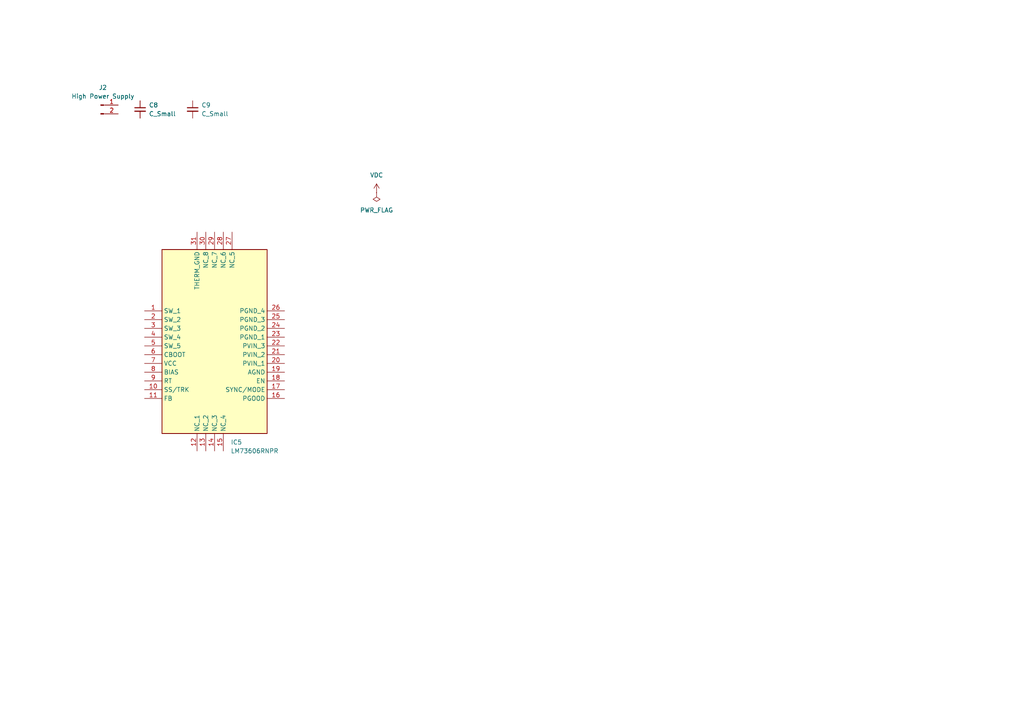
<source format=kicad_sch>
(kicad_sch (version 20250114) (generator "eeschema") (generator_version "9.0")
  (paper "A4")
  (lib_symbols
    (symbol "Connector:Conn_01x02_Pin" (pin_names (offset 1.016) (hide yes))
      (property "Reference" "J" (at 0 2.54 0))
      (property "Value" "Conn_01x02_Pin" (at 0 -5.08 0))
      (symbol "Conn_01x02_Pin_1_1"
        (rectangle (start 0.8636 0.127) (end 0 -0.127) (stroke (width 0.1524)) (fill (type outline)))
        (rectangle (start 0.8636 -2.413) (end 0 -2.667) (stroke (width 0.1524)) (fill (type outline)))
        (polyline (pts (xy 1.27 0) (xy 0.8636 0)) (stroke (width 0.1524)))
        (polyline (pts (xy 1.27 -2.54) (xy 0.8636 -2.54)) (stroke (width 0.1524)))
        (pin passive line (at 5.08 0 180) (length 3.81) (name "Pin_1") (number "1"))
        (pin passive line (at 5.08 -2.54 180) (length 3.81) (name "Pin_2") (number "2"))
      )
    )
    (symbol "Device:C_Small" (pin_numbers (hide yes)) (pin_names (offset 0.254) (hide yes))
      (property "Reference" "C" (at 0.254 1.778 0))
      (property "Value" "C_Small" (at 0.254 -2.032 0))
      (symbol "C_Small_0_1"
        (polyline (pts (xy -1.524 0.508) (xy 1.524 0.508)) (stroke (width 0.3048)))
        (polyline (pts (xy -1.524 -0.508) (xy 1.524 -0.508)) (stroke (width 0.3302)))
      )
      (symbol "C_Small_1_1"
        (pin passive line (at 0 2.54 270) (length 2.032) (name "~") (number "1"))
        (pin passive line (at 0 -2.54 90) (length 2.032) (name "~") (number "2"))
      )
    )
    (symbol "LM73606RNPR:LM73606RNPR"
      (property "Reference" "IC" (at 36.83 22.86 0))
      (property "Value" "LM73606RNPR" (at 36.83 20.32 0))
      (symbol "LM73606RNPR_1_1"
        (rectangle (start 5.08 17.78) (end 35.56 -35.56) (stroke (width 0.254)) (fill (type background)))
        (pin output line (at 0 0 0) (length 5.08) (name "SW_1") (number "1"))
        (pin output line (at 0 -2.54 0) (length 5.08) (name "SW_2") (number "2"))
        (pin output line (at 0 -5.08 0) (length 5.08) (name "SW_3") (number "3"))
        (pin output line (at 0 -7.62 0) (length 5.08) (name "SW_4") (number "4"))
        (pin output line (at 0 -10.16 0) (length 5.08) (name "SW_5") (number "5"))
        (pin passive line (at 0 -12.7 0) (length 5.08) (name "CBOOT") (number "6"))
        (pin power_in line (at 0 -15.24 0) (length 5.08) (name "VCC") (number "7"))
        (pin input line (at 0 -17.78 0) (length 5.08) (name "BIAS") (number "8"))
        (pin input line (at 0 -20.32 0) (length 5.08) (name "RT") (number "9"))
        (pin input line (at 0 -22.86 0) (length 5.08) (name "SS/TRK") (number "10"))
        (pin input line (at 0 -25.4 0) (length 5.08) (name "FB") (number "11"))
        (pin power_in line (at 15.24 22.86 270) (length 5.08) (name "THERM_GND") (number "31"))
        (pin power_in line (at 15.24 -40.64 90) (length 5.08) (name "NC_1") (number "12"))
        (pin power_in line (at 17.78 22.86 270) (length 5.08) (name "NC_8") (number "30"))
        (pin power_in line (at 17.78 -40.64 90) (length 5.08) (name "NC_2") (number "13"))
        (pin power_in line (at 20.32 22.86 270) (length 5.08) (name "NC_7") (number "29"))
        (pin power_in line (at 20.32 -40.64 90) (length 5.08) (name "NC_3") (number "14"))
        (pin power_in line (at 22.86 22.86 270) (length 5.08) (name "NC_6") (number "28"))
        (pin power_in line (at 22.86 -40.64 90) (length 5.08) (name "NC_4") (number "15"))
        (pin power_in line (at 25.4 22.86 270) (length 5.08) (name "NC_5") (number "27"))
        (pin power_in line (at 40.64 0 180) (length 5.08) (name "PGND_4") (number "26"))
        (pin power_in line (at 40.64 -2.54 180) (length 5.08) (name "PGND_3") (number "25"))
        (pin power_in line (at 40.64 -5.08 180) (length 5.08) (name "PGND_2") (number "24"))
        (pin power_in line (at 40.64 -7.62 180) (length 5.08) (name "PGND_1") (number "23"))
        (pin input line (at 40.64 -10.16 180) (length 5.08) (name "PVIN_3") (number "22"))
        (pin input line (at 40.64 -12.7 180) (length 5.08) (name "PVIN_2") (number "21"))
        (pin input line (at 40.64 -15.24 180) (length 5.08) (name "PVIN_1") (number "20"))
        (pin power_in line (at 40.64 -17.78 180) (length 5.08) (name "AGND") (number "19"))
        (pin input line (at 40.64 -20.32 180) (length 5.08) (name "EN") (number "18"))
        (pin input line (at 40.64 -22.86 180) (length 5.08) (name "SYNC/MODE") (number "17"))
        (pin output line (at 40.64 -25.4 180) (length 5.08) (name "PGOOD") (number "16"))
      )
    )
    (symbol "power:PWR_FLAG" (power) (pin_numbers (hide yes)) (pin_names (offset 0) (hide yes))
      (property "Value" "PWR_FLAG" (at 0 3.81 0))
      (symbol "PWR_FLAG_0_0"
        (pin power_out line (at 0 0 90) (length 0) (name "~") (number "1"))
      )
      (symbol "PWR_FLAG_0_1"
        (polyline (pts (xy 0 0) (xy 0 1.27) (xy -1.016 1.905) (xy 0 2.54) (xy 1.016 1.905) (xy 0 1.27)))
      )
    )
    (symbol "power:VDC" (power) (pin_numbers (hide yes)) (pin_names (offset 0) (hide yes))
      (property "Value" "VDC" (at 0 3.556 0))
      (symbol "VDC_0_1"
        (polyline (pts (xy -0.762 1.27) (xy 0 2.54)))
        (polyline (pts (xy 0 2.54) (xy 0.762 1.27)))
        (polyline (pts (xy 0 0) (xy 0 2.54)))
      )
      (symbol "VDC_1_1"
        (pin power_in line (at 0 0 90) (length 0) (name "~") (number "1"))
      )
    )
  )
  (symbol (lib_id "power:PWR_FLAG") (at 109.22 55.88 180) (unit 1)
    (property "Reference" "#FLG03" (effects (hide yes)))
    (property "Value" "PWR_FLAG" (at 109.22 60.96 0))
    (property "Description" "Special symbol for telling ERC where power comes from" (effects (hide yes)))
  )
  (symbol (lib_id "Device:C_Small") (at 40.64 31.75 0) (unit 1)
    (property "Reference" "C8" (at 43.18 30.4862 0) (effects (justify left)))
    (property "Value" "C_Small" (at 43.18 33.0262 0) (effects (justify left)))
    (property "Description" "Unpolarized capacitor, small symbol" (effects (hide yes)))
  )
  (symbol (lib_id "power:VDC") (at 109.22 55.88 0) (unit 1)
    (property "Reference" "#PWR022" (effects (hide yes)))
    (property "Value" "VDC" (at 109.22 50.8 0))
    (property "Description" "Power symbol creates a global label with name \"VDC\"" (effects (hide yes)))
  )
  (symbol (lib_id "LM73606RNPR:LM73606RNPR") (at 41.91 90.17 0) (unit 1)
    (property "Reference" "IC5" (at 66.9133 128.27 0) (effects (justify left)))
    (property "Value" "LM73606RNPR" (at 66.9133 130.81 0) (effects (justify left)))
    (property "Footprint" "Package_DFN_QFN:Texas_RNP0030B_WQFN-30-1EP_4x6mm_P0.5mm_EP1.8x4.5mm" (effects (hide yes)))
    (property "Datasheet" "http://www.ti.com/lit/ds/symlink/lm73606.pdf" (effects (hide yes)))
    (property "Description" "Switching Voltage Regulators 3.5V to 36V,6A Synch Step-Down Volt" (effects (hide yes)))
    (property "Mouser Part Number" "595-LM73606RNPR" (effects (hide yes)))
    (property "Mouser Price/Stock" "https://www.mouser.co.uk/ProductDetail/Texas-Instruments/LM73606RNPR?qs=1mbolxNpo8cvH90iE325zw%3D%3D" (effects (hide yes)))
    (property "Manufacturer_Name" "Texas Instruments" (effects (hide yes)))
    (property "Manufacturer_Part_Number" "LM73606RNPR" (effects (hide yes)))
  )
  (symbol (lib_id "Device:C_Small") (at 55.88 31.75 0) (unit 1)
    (property "Reference" "C9" (at 58.42 30.4862 0) (effects (justify left)))
    (property "Value" "C_Small" (at 58.42 33.0262 0) (effects (justify left)))
    (property "Description" "Unpolarized capacitor, small symbol" (effects (hide yes)))
  )
  (symbol (lib_id "Connector:Conn_01x02_Pin") (at 29.21 30.48 0) (unit 1)
    (property "Reference" "J2" (at 29.845 25.4 0))
    (property "Value" "High Power Supply" (at 29.845 27.94 0))
    (property "Description" "Generic connector, single row, 01x02, script generated" (effects (hide yes)))
  )
)
</source>
